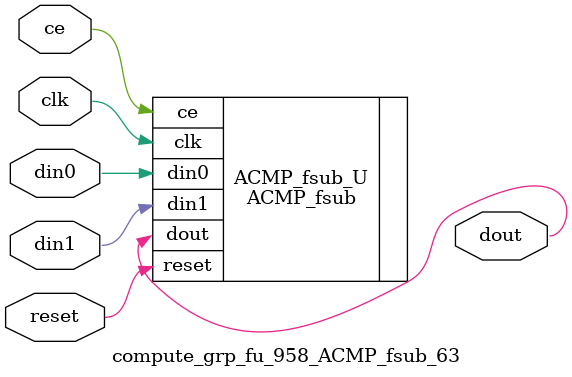
<source format=v>

`timescale 1 ns / 1 ps
module compute_grp_fu_958_ACMP_fsub_63(
    clk,
    reset,
    ce,
    din0,
    din1,
    dout);

parameter ID = 32'd1;
parameter NUM_STAGE = 32'd1;
parameter din0_WIDTH = 32'd1;
parameter din1_WIDTH = 32'd1;
parameter dout_WIDTH = 32'd1;
input clk;
input reset;
input ce;
input[din0_WIDTH - 1:0] din0;
input[din1_WIDTH - 1:0] din1;
output[dout_WIDTH - 1:0] dout;



ACMP_fsub #(
.ID( ID ),
.NUM_STAGE( 4 ),
.din0_WIDTH( din0_WIDTH ),
.din1_WIDTH( din1_WIDTH ),
.dout_WIDTH( dout_WIDTH ))
ACMP_fsub_U(
    .clk( clk ),
    .reset( reset ),
    .ce( ce ),
    .din0( din0 ),
    .din1( din1 ),
    .dout( dout ));

endmodule

</source>
